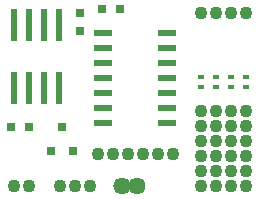
<source format=gbr>
G04 #@! TF.FileFunction,Soldermask,Top*
%FSLAX46Y46*%
G04 Gerber Fmt 4.6, Leading zero omitted, Abs format (unit mm)*
G04 Created by KiCad (PCBNEW (2014-12-04 BZR 5312)-product) date 4/7/2015 12:43:42 PM*
%MOMM*%
G01*
G04 APERTURE LIST*
%ADD10C,0.100000*%
%ADD11R,0.750000X0.800000*%
%ADD12R,0.800000X0.750000*%
%ADD13C,1.455600*%
%ADD14C,1.100000*%
%ADD15R,0.600000X2.700000*%
%ADD16R,1.500000X0.600000*%
%ADD17R,0.800100X0.800100*%
%ADD18R,0.600000X0.400000*%
G04 APERTURE END LIST*
D10*
D11*
X127127000Y-33008000D03*
X127127000Y-31508000D03*
D12*
X122797000Y-41148000D03*
X121297000Y-41148000D03*
X129044000Y-31115000D03*
X130544000Y-31115000D03*
D13*
X131953000Y-46101000D03*
X130683000Y-46101000D03*
D14*
X122809000Y-46101000D03*
X121539000Y-46101000D03*
X141224000Y-39751000D03*
X139954000Y-39751000D03*
X138684000Y-39751000D03*
X137414000Y-39751000D03*
X137414000Y-41021000D03*
X137414000Y-42291000D03*
X137414000Y-43561000D03*
X137414000Y-44831000D03*
X137414000Y-46101000D03*
X138684000Y-41021000D03*
X138684000Y-42291000D03*
X138684000Y-43561000D03*
X138684000Y-44831000D03*
X138684000Y-46101000D03*
X139954000Y-41021000D03*
X139954000Y-42291000D03*
X139954000Y-43561000D03*
X139954000Y-44831000D03*
X139954000Y-46101000D03*
X141224000Y-41021000D03*
X141224000Y-42291000D03*
X141224000Y-43561000D03*
X141224000Y-44831000D03*
X141224000Y-46101000D03*
X137414000Y-31496000D03*
X138684000Y-31496000D03*
X139954000Y-31496000D03*
X141224000Y-31496000D03*
D15*
X125349000Y-32512000D03*
X124079000Y-32512000D03*
X122809000Y-32512000D03*
X121539000Y-32512000D03*
X125349000Y-37812000D03*
X124079000Y-37792000D03*
X122809000Y-37792000D03*
X121539000Y-37792000D03*
D16*
X129126000Y-33147000D03*
X129126000Y-34417000D03*
X129126000Y-35687000D03*
X129126000Y-36957000D03*
X129126000Y-38227000D03*
X129126000Y-39497000D03*
X129126000Y-40767000D03*
X134526000Y-40767000D03*
X134526000Y-39497000D03*
X134526000Y-38227000D03*
X134526000Y-36957000D03*
X134526000Y-35687000D03*
X134526000Y-34417000D03*
X134526000Y-33147000D03*
D17*
X124653000Y-43164760D03*
X126553000Y-43164760D03*
X125603000Y-41165780D03*
D14*
X128651000Y-43434000D03*
X135001000Y-43434000D03*
X133731000Y-43434000D03*
X132461000Y-43434000D03*
X131191000Y-43434000D03*
X129921000Y-43434000D03*
X125476000Y-46101000D03*
X126746000Y-46101000D03*
X128016000Y-46101000D03*
D18*
X137414000Y-37788000D03*
X137414000Y-36888000D03*
X138684000Y-37788000D03*
X138684000Y-36888000D03*
X139954000Y-37788000D03*
X139954000Y-36888000D03*
X141224000Y-37788000D03*
X141224000Y-36888000D03*
M02*

</source>
